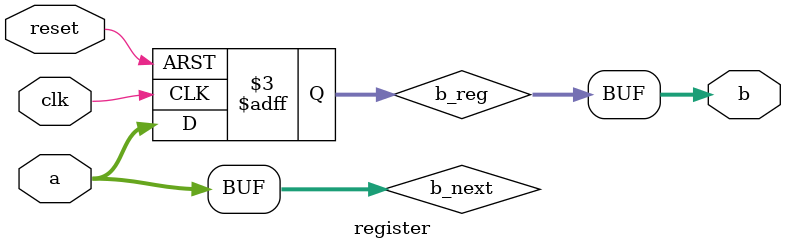
<source format=v>
`timescale 1ns / 1ps

module register(
    input clk,
    input [15:0] a,
    input reset, 
    output [15:0] b
    );

    reg [15:0] b_reg, b_next;

    assign b = b_reg;

    always @(posedge clk, posedge reset) begin
        if(reset) begin
            b_reg <= 16'd0;             
        end else begin
            b_reg <= b_next;
        end
    end    

    always @(*) begin
       b_next = a; 
    end

endmodule

</source>
